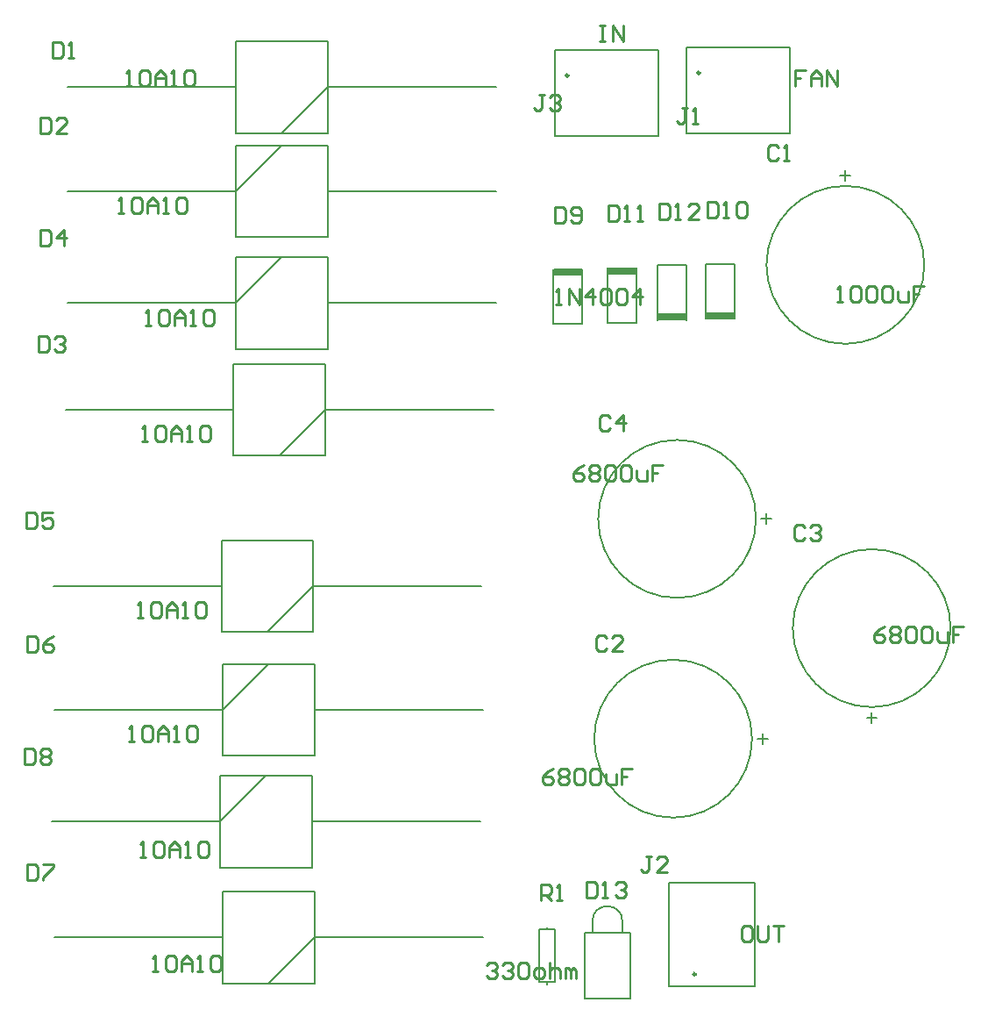
<source format=gto>
G04 Layer_Color=65535*
%FSLAX25Y25*%
%MOIN*%
G70*
G01*
G75*
%ADD24C,0.01102*%
%ADD25C,0.00500*%
%ADD26C,0.00787*%
%ADD27C,0.01000*%
%ADD28C,0.00591*%
%ADD29R,0.11024X0.03150*%
D24*
X270646Y16539D02*
G03*
X270646Y16539I-551J0D01*
G01*
X222248Y357906D02*
G03*
X222248Y357906I-551J0D01*
G01*
X272248Y358906D02*
G03*
X272248Y358906I-551J0D01*
G01*
D25*
X242709Y36654D02*
G03*
X231291Y36654I-5709J0D01*
G01*
X260252Y11815D02*
X292929D01*
Y51185D01*
X260252D02*
X292929D01*
X260252Y11815D02*
Y51185D01*
X242709Y32323D02*
Y36654D01*
X231291Y32323D02*
Y36654D01*
X245661Y7126D02*
Y32323D01*
X228339D02*
X245661D01*
X228339Y7126D02*
Y32323D01*
Y7126D02*
X245661D01*
X216972Y335071D02*
Y367748D01*
Y335071D02*
X256343D01*
Y367748D01*
X216972D02*
X256343D01*
X266972Y336071D02*
Y368748D01*
Y336071D02*
X306343D01*
Y368748D01*
X266972D02*
X306343D01*
D26*
X292000Y106000D02*
G03*
X292000Y106000I-30000J0D01*
G01*
X357500Y286000D02*
G03*
X357500Y286000I-30000J0D01*
G01*
X367500Y148000D02*
G03*
X367500Y148000I-30000J0D01*
G01*
X293500Y189500D02*
G03*
X293500Y189500I-30000J0D01*
G01*
X89784Y91921D02*
X124626D01*
Y57079D02*
Y91921D01*
X89784Y57079D02*
X124626D01*
X89784D02*
Y91921D01*
Y74500D02*
X107205Y91921D01*
X25807Y74500D02*
X89784D01*
X124626D02*
X188602D01*
X90374Y146579D02*
X125216D01*
X90374D02*
Y181421D01*
X125216D01*
Y146579D02*
Y181421D01*
X107795Y146579D02*
X125216Y164000D01*
X189193D01*
X26398D02*
X90374D01*
X90784Y134421D02*
X125626D01*
Y99579D02*
Y134421D01*
X90784Y99579D02*
X125626D01*
X90784D02*
Y134421D01*
Y117000D02*
X108205Y134421D01*
X26807Y117000D02*
X90784D01*
X125626D02*
X189602D01*
X94874Y213579D02*
X129717D01*
X94874D02*
Y248421D01*
X129717D01*
Y213579D02*
Y248421D01*
X112295Y213579D02*
X129717Y231000D01*
X193693D01*
X30898D02*
X94874D01*
X95784Y288921D02*
X130626D01*
Y254079D02*
Y288921D01*
X95784Y254079D02*
X130626D01*
X95784D02*
Y288921D01*
Y271500D02*
X113205Y288921D01*
X31807Y271500D02*
X95784D01*
X130626D02*
X194602D01*
X214000Y33500D02*
Y34400D01*
Y12600D02*
Y13500D01*
Y33500D02*
X217000D01*
Y13500D02*
Y33500D01*
X211000Y13500D02*
X217000D01*
X211000D02*
Y33500D01*
X214000D01*
X95784Y331421D02*
X130626D01*
Y296579D02*
Y331421D01*
X95784Y296579D02*
X130626D01*
X95784D02*
Y331421D01*
Y314000D02*
X113205Y331421D01*
X31807Y314000D02*
X95784D01*
X130626D02*
X194602D01*
X248012Y264067D02*
Y284933D01*
X236988Y264067D02*
Y284933D01*
Y264067D02*
X248012D01*
X255988Y265067D02*
Y285933D01*
X267012Y265067D02*
Y285933D01*
X255988D02*
X267012D01*
X227512Y263567D02*
Y284433D01*
X216488Y263567D02*
Y284433D01*
Y263567D02*
X227512D01*
X274488Y265567D02*
Y286433D01*
X285512Y265567D02*
Y286433D01*
X274488D02*
X285512D01*
X95784Y336079D02*
X130626D01*
X95784D02*
Y370921D01*
X130626D01*
Y336079D02*
Y370921D01*
X113205Y336079D02*
X130626Y353500D01*
X194602D01*
X31807D02*
X95784D01*
X90784Y13079D02*
X125626D01*
X90784D02*
Y47921D01*
X125626D01*
Y13079D02*
Y47921D01*
X108205Y13079D02*
X125626Y30500D01*
X189602D01*
X26807D02*
X90784D01*
D27*
X302099Y330498D02*
X301099Y331498D01*
X299100D01*
X298100Y330498D01*
Y326500D01*
X299100Y325500D01*
X301099D01*
X302099Y326500D01*
X304098Y325500D02*
X306097D01*
X305098D01*
Y331498D01*
X304098Y330498D01*
X236649Y144348D02*
X235649Y145348D01*
X233650D01*
X232650Y144348D01*
Y140350D01*
X233650Y139350D01*
X235649D01*
X236649Y140350D01*
X242647Y139350D02*
X238648D01*
X242647Y143349D01*
Y144348D01*
X241647Y145348D01*
X239648D01*
X238648Y144348D01*
X312099Y186398D02*
X311099Y187398D01*
X309100D01*
X308100Y186398D01*
Y182400D01*
X309100Y181400D01*
X311099D01*
X312099Y182400D01*
X314098Y186398D02*
X315098Y187398D01*
X317097D01*
X318097Y186398D01*
Y185399D01*
X317097Y184399D01*
X316097D01*
X317097D01*
X318097Y183399D01*
Y182400D01*
X317097Y181400D01*
X315098D01*
X314098Y182400D01*
X25909Y370498D02*
Y364500D01*
X28909D01*
X29908Y365500D01*
Y369498D01*
X28909Y370498D01*
X25909D01*
X31907Y364500D02*
X33907D01*
X32907D01*
Y370498D01*
X31907Y369498D01*
X21509Y341898D02*
Y335900D01*
X24509D01*
X25508Y336900D01*
Y340898D01*
X24509Y341898D01*
X21509D01*
X31506Y335900D02*
X27507D01*
X31506Y339899D01*
Y340898D01*
X30507Y341898D01*
X28507D01*
X27507Y340898D01*
X20600Y258898D02*
Y252900D01*
X23599D01*
X24599Y253900D01*
Y257898D01*
X23599Y258898D01*
X20600D01*
X26598Y257898D02*
X27598Y258898D01*
X29597D01*
X30597Y257898D01*
Y256899D01*
X29597Y255899D01*
X28597D01*
X29597D01*
X30597Y254899D01*
Y253900D01*
X29597Y252900D01*
X27598D01*
X26598Y253900D01*
X21500Y299398D02*
Y293400D01*
X24499D01*
X25499Y294400D01*
Y298398D01*
X24499Y299398D01*
X21500D01*
X30497Y293400D02*
Y299398D01*
X27498Y296399D01*
X31497D01*
X16100Y191898D02*
Y185900D01*
X19099D01*
X20099Y186900D01*
Y190898D01*
X19099Y191898D01*
X16100D01*
X26097D02*
X22098D01*
Y188899D01*
X24097Y189899D01*
X25097D01*
X26097Y188899D01*
Y186900D01*
X25097Y185900D01*
X23098D01*
X22098Y186900D01*
X16500Y144898D02*
Y138900D01*
X19499D01*
X20499Y139900D01*
Y143898D01*
X19499Y144898D01*
X16500D01*
X26497D02*
X24497Y143898D01*
X22498Y141899D01*
Y139900D01*
X23498Y138900D01*
X25497D01*
X26497Y139900D01*
Y140899D01*
X25497Y141899D01*
X22498D01*
X15509Y102398D02*
Y96400D01*
X18508D01*
X19508Y97400D01*
Y101398D01*
X18508Y102398D01*
X15509D01*
X21508Y101398D02*
X22507Y102398D01*
X24507D01*
X25506Y101398D01*
Y100399D01*
X24507Y99399D01*
X25506Y98399D01*
Y97400D01*
X24507Y96400D01*
X22507D01*
X21508Y97400D01*
Y98399D01*
X22507Y99399D01*
X21508Y100399D01*
Y101398D01*
X22507Y99399D02*
X24507D01*
X217050Y307948D02*
Y301950D01*
X220049D01*
X221049Y302950D01*
Y306948D01*
X220049Y307948D01*
X217050D01*
X223048Y302950D02*
X224048Y301950D01*
X226047D01*
X227047Y302950D01*
Y306948D01*
X226047Y307948D01*
X224048D01*
X223048Y306948D01*
Y305949D01*
X224048Y304949D01*
X227047D01*
X275100Y309898D02*
Y303900D01*
X278099D01*
X279099Y304900D01*
Y308898D01*
X278099Y309898D01*
X275100D01*
X281098Y303900D02*
X283097D01*
X282098D01*
Y309898D01*
X281098Y308898D01*
X286096D02*
X287096Y309898D01*
X289095D01*
X290095Y308898D01*
Y304900D01*
X289095Y303900D01*
X287096D01*
X286096Y304900D01*
Y308898D01*
X237550Y308448D02*
Y302450D01*
X240549D01*
X241549Y303450D01*
Y307448D01*
X240549Y308448D01*
X237550D01*
X243548Y302450D02*
X245547D01*
X244548D01*
Y308448D01*
X243548Y307448D01*
X248546Y302450D02*
X250546D01*
X249546D01*
Y308448D01*
X248546Y307448D01*
X256600Y309398D02*
Y303400D01*
X259599D01*
X260599Y304400D01*
Y308398D01*
X259599Y309398D01*
X256600D01*
X262598Y303400D02*
X264597D01*
X263598D01*
Y309398D01*
X262598Y308398D01*
X271595Y303400D02*
X267596D01*
X271595Y307399D01*
Y308398D01*
X270596Y309398D01*
X268596D01*
X267596Y308398D01*
X229050Y51648D02*
Y45650D01*
X232049D01*
X233049Y46650D01*
Y50648D01*
X232049Y51648D01*
X229050D01*
X235048Y45650D02*
X237047D01*
X236048D01*
Y51648D01*
X235048Y50648D01*
X240046D02*
X241046Y51648D01*
X243045D01*
X244045Y50648D01*
Y49649D01*
X243045Y48649D01*
X242046D01*
X243045D01*
X244045Y47649D01*
Y46650D01*
X243045Y45650D01*
X241046D01*
X240046Y46650D01*
X267499Y345498D02*
X265499D01*
X266499D01*
Y340500D01*
X265499Y339500D01*
X264500D01*
X263500Y340500D01*
X269498Y339500D02*
X271497D01*
X270498D01*
Y345498D01*
X269498Y344498D01*
X253799Y61298D02*
X251799D01*
X252799D01*
Y56300D01*
X251799Y55300D01*
X250800D01*
X249800Y56300D01*
X259797Y55300D02*
X255798D01*
X259797Y59299D01*
Y60298D01*
X258797Y61298D01*
X256798D01*
X255798Y60298D01*
X212999Y350498D02*
X210999D01*
X211999D01*
Y345500D01*
X210999Y344500D01*
X210000D01*
X209000Y345500D01*
X214998Y349498D02*
X215998Y350498D01*
X217997D01*
X218997Y349498D01*
Y348499D01*
X217997Y347499D01*
X216997D01*
X217997D01*
X218997Y346499D01*
Y345500D01*
X217997Y344500D01*
X215998D01*
X214998Y345500D01*
X211650Y44650D02*
Y50648D01*
X214649D01*
X215649Y49648D01*
Y47649D01*
X214649Y46649D01*
X211650D01*
X213649D02*
X215649Y44650D01*
X217648D02*
X219647D01*
X218648D01*
Y50648D01*
X217648Y49648D01*
X238149Y227848D02*
X237149Y228848D01*
X235150D01*
X234150Y227848D01*
Y223850D01*
X235150Y222850D01*
X237149D01*
X238149Y223850D01*
X243147Y222850D02*
Y228848D01*
X240148Y225849D01*
X244147D01*
X16500Y58398D02*
Y52400D01*
X19499D01*
X20499Y53400D01*
Y57398D01*
X19499Y58398D01*
X16500D01*
X22498D02*
X26497D01*
Y57398D01*
X22498Y53400D01*
Y52400D01*
X54000Y354000D02*
X55999D01*
X55000D01*
Y359998D01*
X54000Y358998D01*
X58998D02*
X59998Y359998D01*
X61997D01*
X62997Y358998D01*
Y355000D01*
X61997Y354000D01*
X59998D01*
X58998Y355000D01*
Y358998D01*
X64996Y354000D02*
Y357999D01*
X66996Y359998D01*
X68995Y357999D01*
Y354000D01*
Y356999D01*
X64996D01*
X70995Y354000D02*
X72994D01*
X71994D01*
Y359998D01*
X70995Y358998D01*
X75993D02*
X76993Y359998D01*
X78992D01*
X79992Y358998D01*
Y355000D01*
X78992Y354000D01*
X76993D01*
X75993Y355000D01*
Y358998D01*
X227999Y209998D02*
X225999Y208998D01*
X224000Y206999D01*
Y205000D01*
X225000Y204000D01*
X226999D01*
X227999Y205000D01*
Y205999D01*
X226999Y206999D01*
X224000D01*
X229998Y208998D02*
X230998Y209998D01*
X232997D01*
X233997Y208998D01*
Y207999D01*
X232997Y206999D01*
X233997Y205999D01*
Y205000D01*
X232997Y204000D01*
X230998D01*
X229998Y205000D01*
Y205999D01*
X230998Y206999D01*
X229998Y207999D01*
Y208998D01*
X230998Y206999D02*
X232997D01*
X235996Y208998D02*
X236996Y209998D01*
X238995D01*
X239995Y208998D01*
Y205000D01*
X238995Y204000D01*
X236996D01*
X235996Y205000D01*
Y208998D01*
X241994D02*
X242994Y209998D01*
X244993D01*
X245993Y208998D01*
Y205000D01*
X244993Y204000D01*
X242994D01*
X241994Y205000D01*
Y208998D01*
X247992Y207999D02*
Y205000D01*
X248992Y204000D01*
X251991D01*
Y207999D01*
X257989Y209998D02*
X253990D01*
Y206999D01*
X255990D01*
X253990D01*
Y204000D01*
X216499Y94498D02*
X214499Y93498D01*
X212500Y91499D01*
Y89500D01*
X213500Y88500D01*
X215499D01*
X216499Y89500D01*
Y90499D01*
X215499Y91499D01*
X212500D01*
X218498Y93498D02*
X219498Y94498D01*
X221497D01*
X222497Y93498D01*
Y92499D01*
X221497Y91499D01*
X222497Y90499D01*
Y89500D01*
X221497Y88500D01*
X219498D01*
X218498Y89500D01*
Y90499D01*
X219498Y91499D01*
X218498Y92499D01*
Y93498D01*
X219498Y91499D02*
X221497D01*
X224496Y93498D02*
X225496Y94498D01*
X227495D01*
X228495Y93498D01*
Y89500D01*
X227495Y88500D01*
X225496D01*
X224496Y89500D01*
Y93498D01*
X230494D02*
X231494Y94498D01*
X233493D01*
X234493Y93498D01*
Y89500D01*
X233493Y88500D01*
X231494D01*
X230494Y89500D01*
Y93498D01*
X236492Y92499D02*
Y89500D01*
X237492Y88500D01*
X240491D01*
Y92499D01*
X246489Y94498D02*
X242490D01*
Y91499D01*
X244490D01*
X242490D01*
Y88500D01*
X342499Y148498D02*
X340499Y147498D01*
X338500Y145499D01*
Y143500D01*
X339500Y142500D01*
X341499D01*
X342499Y143500D01*
Y144499D01*
X341499Y145499D01*
X338500D01*
X344498Y147498D02*
X345498Y148498D01*
X347497D01*
X348497Y147498D01*
Y146499D01*
X347497Y145499D01*
X348497Y144499D01*
Y143500D01*
X347497Y142500D01*
X345498D01*
X344498Y143500D01*
Y144499D01*
X345498Y145499D01*
X344498Y146499D01*
Y147498D01*
X345498Y145499D02*
X347497D01*
X350496Y147498D02*
X351496Y148498D01*
X353495D01*
X354495Y147498D01*
Y143500D01*
X353495Y142500D01*
X351496D01*
X350496Y143500D01*
Y147498D01*
X356494D02*
X357494Y148498D01*
X359493D01*
X360493Y147498D01*
Y143500D01*
X359493Y142500D01*
X357494D01*
X356494Y143500D01*
Y147498D01*
X362492Y146499D02*
Y143500D01*
X363492Y142500D01*
X366491D01*
Y146499D01*
X372489Y148498D02*
X368490D01*
Y145499D01*
X370490D01*
X368490D01*
Y142500D01*
X191000Y19998D02*
X192000Y20998D01*
X193999D01*
X194999Y19998D01*
Y18999D01*
X193999Y17999D01*
X192999D01*
X193999D01*
X194999Y16999D01*
Y16000D01*
X193999Y15000D01*
X192000D01*
X191000Y16000D01*
X196998Y19998D02*
X197998Y20998D01*
X199997D01*
X200997Y19998D01*
Y18999D01*
X199997Y17999D01*
X198997D01*
X199997D01*
X200997Y16999D01*
Y16000D01*
X199997Y15000D01*
X197998D01*
X196998Y16000D01*
X202996Y19998D02*
X203996Y20998D01*
X205995D01*
X206995Y19998D01*
Y16000D01*
X205995Y15000D01*
X203996D01*
X202996Y16000D01*
Y19998D01*
X209994Y15000D02*
X211993D01*
X212993Y16000D01*
Y17999D01*
X211993Y18999D01*
X209994D01*
X208994Y17999D01*
Y16000D01*
X209994Y15000D01*
X214992Y20998D02*
Y15000D01*
Y17999D01*
X215992Y18999D01*
X217991D01*
X218991Y17999D01*
Y15000D01*
X220990D02*
Y18999D01*
X221990D01*
X222990Y17999D01*
Y15000D01*
Y17999D01*
X223989Y18999D01*
X224989Y17999D01*
Y15000D01*
X290999Y34998D02*
X289000D01*
X288000Y33998D01*
Y30000D01*
X289000Y29000D01*
X290999D01*
X291999Y30000D01*
Y33998D01*
X290999Y34998D01*
X293998D02*
Y30000D01*
X294998Y29000D01*
X296997D01*
X297997Y30000D01*
Y34998D01*
X299996D02*
X303995D01*
X301995D01*
Y29000D01*
X324500Y272000D02*
X326499D01*
X325500D01*
Y277998D01*
X324500Y276998D01*
X329498D02*
X330498Y277998D01*
X332497D01*
X333497Y276998D01*
Y273000D01*
X332497Y272000D01*
X330498D01*
X329498Y273000D01*
Y276998D01*
X335496D02*
X336496Y277998D01*
X338495D01*
X339495Y276998D01*
Y273000D01*
X338495Y272000D01*
X336496D01*
X335496Y273000D01*
Y276998D01*
X341494D02*
X342494Y277998D01*
X344494D01*
X345493Y276998D01*
Y273000D01*
X344494Y272000D01*
X342494D01*
X341494Y273000D01*
Y276998D01*
X347493Y275999D02*
Y273000D01*
X348492Y272000D01*
X351491D01*
Y275999D01*
X357489Y277998D02*
X353491D01*
Y274999D01*
X355490D01*
X353491D01*
Y272000D01*
X312499Y359998D02*
X308500D01*
Y356999D01*
X310499D01*
X308500D01*
Y354000D01*
X314498D02*
Y357999D01*
X316497Y359998D01*
X318497Y357999D01*
Y354000D01*
Y356999D01*
X314498D01*
X320496Y354000D02*
Y359998D01*
X324495Y354000D01*
Y359998D01*
X234000Y376998D02*
X235999D01*
X235000D01*
Y371000D01*
X234000D01*
X235999D01*
X238998D02*
Y376998D01*
X242997Y371000D01*
Y376998D01*
X217500Y271000D02*
X219499D01*
X218500D01*
Y276998D01*
X217500Y275998D01*
X222498Y271000D02*
Y276998D01*
X226497Y271000D01*
Y276998D01*
X231495Y271000D02*
Y276998D01*
X228496Y273999D01*
X232495D01*
X234494Y275998D02*
X235494Y276998D01*
X237493D01*
X238493Y275998D01*
Y272000D01*
X237493Y271000D01*
X235494D01*
X234494Y272000D01*
Y275998D01*
X240493D02*
X241492Y276998D01*
X243492D01*
X244491Y275998D01*
Y272000D01*
X243492Y271000D01*
X241492D01*
X240493Y272000D01*
Y275998D01*
X249490Y271000D02*
Y276998D01*
X246491Y273999D01*
X250489D01*
X58500Y152000D02*
X60499D01*
X59500D01*
Y157998D01*
X58500Y156998D01*
X63498D02*
X64498Y157998D01*
X66497D01*
X67497Y156998D01*
Y153000D01*
X66497Y152000D01*
X64498D01*
X63498Y153000D01*
Y156998D01*
X69496Y152000D02*
Y155999D01*
X71496Y157998D01*
X73495Y155999D01*
Y152000D01*
Y154999D01*
X69496D01*
X75494Y152000D02*
X77494D01*
X76494D01*
Y157998D01*
X75494Y156998D01*
X80493D02*
X81493Y157998D01*
X83492D01*
X84492Y156998D01*
Y153000D01*
X83492Y152000D01*
X81493D01*
X80493Y153000D01*
Y156998D01*
X55000Y105000D02*
X56999D01*
X56000D01*
Y110998D01*
X55000Y109998D01*
X59998D02*
X60998Y110998D01*
X62997D01*
X63997Y109998D01*
Y106000D01*
X62997Y105000D01*
X60998D01*
X59998Y106000D01*
Y109998D01*
X65996Y105000D02*
Y108999D01*
X67996Y110998D01*
X69995Y108999D01*
Y105000D01*
Y107999D01*
X65996D01*
X71995Y105000D02*
X73994D01*
X72994D01*
Y110998D01*
X71995Y109998D01*
X76993D02*
X77993Y110998D01*
X79992D01*
X80992Y109998D01*
Y106000D01*
X79992Y105000D01*
X77993D01*
X76993Y106000D01*
Y109998D01*
X59500Y61000D02*
X61499D01*
X60500D01*
Y66998D01*
X59500Y65998D01*
X64498D02*
X65498Y66998D01*
X67497D01*
X68497Y65998D01*
Y62000D01*
X67497Y61000D01*
X65498D01*
X64498Y62000D01*
Y65998D01*
X70496Y61000D02*
Y64999D01*
X72496Y66998D01*
X74495Y64999D01*
Y61000D01*
Y63999D01*
X70496D01*
X76494Y61000D02*
X78494D01*
X77494D01*
Y66998D01*
X76494Y65998D01*
X81493D02*
X82493Y66998D01*
X84492D01*
X85492Y65998D01*
Y62000D01*
X84492Y61000D01*
X82493D01*
X81493Y62000D01*
Y65998D01*
X64000Y17500D02*
X65999D01*
X65000D01*
Y23498D01*
X64000Y22498D01*
X68998D02*
X69998Y23498D01*
X71997D01*
X72997Y22498D01*
Y18500D01*
X71997Y17500D01*
X69998D01*
X68998Y18500D01*
Y22498D01*
X74996Y17500D02*
Y21499D01*
X76996Y23498D01*
X78995Y21499D01*
Y17500D01*
Y20499D01*
X74996D01*
X80994Y17500D02*
X82994D01*
X81994D01*
Y23498D01*
X80994Y22498D01*
X85993D02*
X86993Y23498D01*
X88992D01*
X89992Y22498D01*
Y18500D01*
X88992Y17500D01*
X86993D01*
X85993Y18500D01*
Y22498D01*
X60000Y219000D02*
X61999D01*
X61000D01*
Y224998D01*
X60000Y223998D01*
X64998D02*
X65998Y224998D01*
X67997D01*
X68997Y223998D01*
Y220000D01*
X67997Y219000D01*
X65998D01*
X64998Y220000D01*
Y223998D01*
X70996Y219000D02*
Y222999D01*
X72996Y224998D01*
X74995Y222999D01*
Y219000D01*
Y221999D01*
X70996D01*
X76995Y219000D02*
X78994D01*
X77994D01*
Y224998D01*
X76995Y223998D01*
X81993D02*
X82993Y224998D01*
X84992D01*
X85992Y223998D01*
Y220000D01*
X84992Y219000D01*
X82993D01*
X81993Y220000D01*
Y223998D01*
X61500Y263000D02*
X63499D01*
X62500D01*
Y268998D01*
X61500Y267998D01*
X66498D02*
X67498Y268998D01*
X69497D01*
X70497Y267998D01*
Y264000D01*
X69497Y263000D01*
X67498D01*
X66498Y264000D01*
Y267998D01*
X72496Y263000D02*
Y266999D01*
X74496Y268998D01*
X76495Y266999D01*
Y263000D01*
Y265999D01*
X72496D01*
X78495Y263000D02*
X80494D01*
X79494D01*
Y268998D01*
X78495Y267998D01*
X83493D02*
X84493Y268998D01*
X86492D01*
X87492Y267998D01*
Y264000D01*
X86492Y263000D01*
X84493D01*
X83493Y264000D01*
Y267998D01*
X51000Y305500D02*
X52999D01*
X52000D01*
Y311498D01*
X51000Y310498D01*
X55998D02*
X56998Y311498D01*
X58997D01*
X59997Y310498D01*
Y306500D01*
X58997Y305500D01*
X56998D01*
X55998Y306500D01*
Y310498D01*
X61996Y305500D02*
Y309499D01*
X63996Y311498D01*
X65995Y309499D01*
Y305500D01*
Y308499D01*
X61996D01*
X67994Y305500D02*
X69994D01*
X68994D01*
Y311498D01*
X67994Y310498D01*
X72993D02*
X73993Y311498D01*
X75992D01*
X76992Y310498D01*
Y306500D01*
X75992Y305500D01*
X73993D01*
X72993Y306500D01*
Y310498D01*
D28*
X294015Y106051D02*
X297951D01*
X295983Y108019D02*
Y104083D01*
X327449Y318015D02*
Y321951D01*
X325481Y319983D02*
X329417D01*
X337551Y115985D02*
Y112049D01*
X339519Y114017D02*
X335583D01*
X295515Y189551D02*
X299451D01*
X297483Y191519D02*
Y187583D01*
D29*
X242504Y283752D02*
D03*
X261499Y266250D02*
D03*
X222003Y283252D02*
D03*
X279999Y266751D02*
D03*
M02*

</source>
